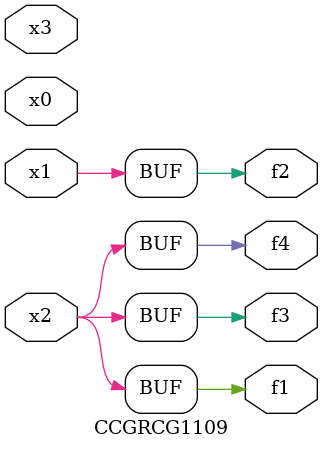
<source format=v>
module CCGRCG1109(
	input x0, x1, x2, x3,
	output f1, f2, f3, f4
);
	assign f1 = x2;
	assign f2 = x1;
	assign f3 = x2;
	assign f4 = x2;
endmodule

</source>
